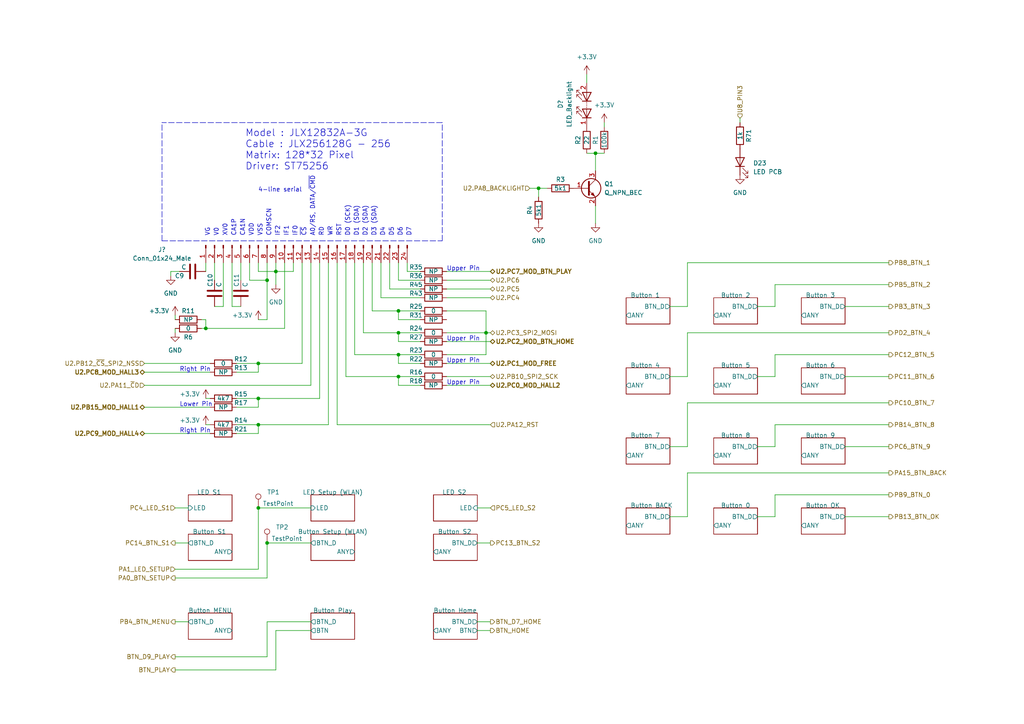
<source format=kicad_sch>
(kicad_sch (version 20211123) (generator eeschema)
  (paper "A4")
  (title_block (title "YardForce NX100i 18Buttons 3LEDs LCD CoverUI") (date "2023-11-16") (rev "0.1") (comment 1 "(c) Apehaenger") (comment 2 "For https://openmower.de") (comment 3 "RM-EC3-V1.1 20210619 with STM32F401RCT6"))
  (lib_symbols
    (symbol "Connector:Conn_01x24_Male" (pin_names (offset 1.016) hide)
      (property "Reference" "J" (at 0 30.48 0))
      (property "Value" "Conn_01x24_Male" (at 0 -33.02 0))
      (symbol "Conn_01x24_Male_1_1"
        (polyline (pts (xy 1.27 -30.48) (xy 0.8636 -30.48)) (stroke (width 0.1524)))
        (polyline (pts (xy 1.27 -27.94) (xy 0.8636 -27.94)) (stroke (width 0.1524)))
        (polyline (pts (xy 1.27 -25.4) (xy 0.8636 -25.4)) (stroke (width 0.1524)))
        (polyline (pts (xy 1.27 -22.86) (xy 0.8636 -22.86)) (stroke (width 0.1524)))
        (polyline (pts (xy 1.27 -20.32) (xy 0.8636 -20.32)) (stroke (width 0.1524)))
        (polyline (pts (xy 1.27 -17.78) (xy 0.8636 -17.78)) (stroke (width 0.1524)))
        (polyline (pts (xy 1.27 -15.24) (xy 0.8636 -15.24)) (stroke (width 0.1524)))
        (polyline (pts (xy 1.27 -12.7) (xy 0.8636 -12.7)) (stroke (width 0.1524)))
        (polyline (pts (xy 1.27 -10.16) (xy 0.8636 -10.16)) (stroke (width 0.1524)))
        (polyline (pts (xy 1.27 -7.62) (xy 0.8636 -7.62)) (stroke (width 0.1524)))
        (polyline (pts (xy 1.27 -5.08) (xy 0.8636 -5.08)) (stroke (width 0.1524)))
        (polyline (pts (xy 1.27 -2.54) (xy 0.8636 -2.54)) (stroke (width 0.1524)))
        (polyline (pts (xy 1.27 0) (xy 0.8636 0)) (stroke (width 0.1524)))
        (polyline (pts (xy 1.27 2.54) (xy 0.8636 2.54)) (stroke (width 0.1524)))
        (polyline (pts (xy 1.27 5.08) (xy 0.8636 5.08)) (stroke (width 0.1524)))
        (polyline (pts (xy 1.27 7.62) (xy 0.8636 7.62)) (stroke (width 0.1524)))
        (polyline (pts (xy 1.27 10.16) (xy 0.8636 10.16)) (stroke (width 0.1524)))
        (polyline (pts (xy 1.27 12.7) (xy 0.8636 12.7)) (stroke (width 0.1524)))
        (polyline (pts (xy 1.27 15.24) (xy 0.8636 15.24)) (stroke (width 0.1524)))
        (polyline (pts (xy 1.27 17.78) (xy 0.8636 17.78)) (stroke (width 0.1524)))
        (polyline (pts (xy 1.27 20.32) (xy 0.8636 20.32)) (stroke (width 0.1524)))
        (polyline (pts (xy 1.27 22.86) (xy 0.8636 22.86)) (stroke (width 0.1524)))
        (polyline (pts (xy 1.27 25.4) (xy 0.8636 25.4)) (stroke (width 0.1524)))
        (polyline (pts (xy 1.27 27.94) (xy 0.8636 27.94)) (stroke (width 0.1524)))
        (rectangle (start 0.8636 -30.353) (end 0 -30.607) (stroke (width 0.1524)) (fill (type outline)))
        (rectangle (start 0.8636 -27.813) (end 0 -28.067) (stroke (width 0.1524)) (fill (type outline)))
        (rectangle (start 0.8636 -25.273) (end 0 -25.527) (stroke (width 0.1524)) (fill (type outline)))
        (rectangle (start 0.8636 -22.733) (end 0 -22.987) (stroke (width 0.1524)) (fill (type outline)))
        (rectangle (start 0.8636 -20.193) (end 0 -20.447) (stroke (width 0.1524)) (fill (type outline)))
        (rectangle (start 0.8636 -17.653) (end 0 -17.907) (stroke (width 0.1524)) (fill (type outline)))
        (rectangle (start 0.8636 -15.113) (end 0 -15.367) (stroke (width 0.1524)) (fill (type outline)))
        (rectangle (start 0.8636 -12.573) (end 0 -12.827) (stroke (width 0.1524)) (fill (type outline)))
        (rectangle (start 0.8636 -10.033) (end 0 -10.287) (stroke (width 0.1524)) (fill (type outline)))
        (rectangle (start 0.8636 -7.493) (end 0 -7.747) (stroke (width 0.1524)) (fill (type outline)))
        (rectangle (start 0.8636 -4.953) (end 0 -5.207) (stroke (width 0.1524)) (fill (type outline)))
        (rectangle (start 0.8636 -2.413) (end 0 -2.667) (stroke (width 0.1524)) (fill (type outline)))
        (rectangle (start 0.8636 0.127) (end 0 -0.127) (stroke (width 0.1524)) (fill (type outline)))
        (rectangle (start 0.8636 2.667) (end 0 2.413) (stroke (width 0.1524)) (fill (type outline)))
        (rectangle (start 0.8636 5.207) (end 0 4.953) (stroke (width 0.1524)) (fill (type outline)))
        (rectangle (start 0.8636 7.747) (end 0 7.493) (stroke (width 0.1524)) (fill (type outline)))
        (rectangle (start 0.8636 10.287) (end 0 10.033) (stroke (width 0.1524)) (fill (type outline)))
        (rectangle (start 0.8636 12.827) (end 0 12.573) (stroke (width 0.1524)) (fill (type outline)))
        (rectangle (start 0.8636 15.367) (end 0 15.113) (stroke (width 0.1524)) (fill (type outline)))
        (rectangle (start 0.8636 17.907) (end 0 17.653) (stroke (width 0.1524)) (fill (type outline)))
        (rectangle (start 0.8636 20.447) (end 0 20.193) (stroke (width 0.1524)) (fill (type outline)))
        (rectangle (start 0.8636 22.987) (end 0 22.733) (stroke (width 0.1524)) (fill (type outline)))
        (rectangle (start 0.8636 25.527) (end 0 25.273) (stroke (width 0.1524)) (fill (type outline)))
        (rectangle (start 0.8636 28.067) (end 0 27.813) (stroke (width 0.1524)) (fill (type outline)))
        (pin passive line (at 5.08 27.94 180) (length 3.81) (name "Pin_1") (number "1"))
        (pin passive line (at 5.08 5.08 180) (length 3.81) (name "Pin_10") (number "10"))
        (pin passive line (at 5.08 2.54 180) (length 3.81) (name "Pin_11") (number "11"))
        (pin passive line (at 5.08 0 180) (length 3.81) (name "Pin_12") (number "12"))
        (pin passive line (at 5.08 -2.54 180) (length 3.81) (name "Pin_13") (number "13"))
        (pin passive line (at 5.08 -5.08 180) (length 3.81) (name "Pin_14") (number "14"))
        (pin passive line (at 5.08 -7.62 180) (length 3.81) (name "Pin_15") (number "15"))
        (pin passive line (at 5.08 -10.16 180) (length 3.81) (name "Pin_16") (number "16"))
        (pin passive line (at 5.08 -12.7 180) (length 3.81) (name "Pin_17") (number "17"))
        (pin passive line (at 5.08 -15.24 180) (length 3.81) (name "Pin_18") (number "18"))
        (pin passive line (at 5.08 -17.78 180) (length 3.81) (name "Pin_19") (number "19"))
        (pin passive line (at 5.08 25.4 180) (length 3.81) (name "Pin_2") (number "2"))
        (pin passive line (at 5.08 -20.32 180) (length 3.81) (name "Pin_20") (number "20"))
        (pin passive line (at 5.08 -22.86 180) (length 3.81) (name "Pin_21") (number "21"))
        (pin passive line (at 5.08 -25.4 180) (length 3.81) (name "Pin_22") (number "22"))
        (pin passive line (at 5.08 -27.94 180) (length 3.81) (name "Pin_23") (number "23"))
        (pin passive line (at 5.08 -30.48 180) (length 3.81) (name "Pin_24") (number "24"))
        (pin passive line (at 5.08 22.86 180) (length 3.81) (name "Pin_3") (number "3"))
        (pin passive line (at 5.08 20.32 180) (length 3.81) (name "Pin_4") (number "4"))
        (pin passive line (at 5.08 17.78 180) (length 3.81) (name "Pin_5") (number "5"))
        (pin passive line (at 5.08 15.24 180) (length 3.81) (name "Pin_6") (number "6"))
        (pin passive line (at 5.08 12.7 180) (length 3.81) (name "Pin_7") (number "7"))
        (pin passive line (at 5.08 10.16 180) (length 3.81) (name "Pin_8") (number "8"))
        (pin passive line (at 5.08 7.62 180) (length 3.81) (name "Pin_9") (number "9"))
      )
    )
    (symbol "Connector:TestPoint" (pin_numbers hide) (pin_names (offset 0.762) hide)
      (property "Reference" "TP" (at 0 6.858 0))
      (property "Value" "TestPoint" (at 0 5.08 0))
      (symbol "TestPoint_0_1"
        (circle (center 0 3.302) (radius 0.762))
      )
      (symbol "TestPoint_1_1"
        (pin passive line (at 0 0 90) (length 2.54) (name "1") (number "1"))
      )
    )
    (symbol "Device:C" (pin_numbers hide) (pin_names (offset 0.254))
      (property "Reference" "C" (at 0.635 2.54 0))
      (property "Value" "C" (at 0.635 -2.54 0))
      (symbol "C_0_1"
        (polyline (pts (xy -2.032 -0.762) (xy 2.032 -0.762)) (stroke (width 0.508)))
        (polyline (pts (xy -2.032 0.762) (xy 2.032 0.762)) (stroke (width 0.508)))
      )
      (symbol "C_1_1"
        (pin passive line (at 0 3.81 270) (length 2.794) (name "~") (number "1"))
        (pin passive line (at 0 -3.81 90) (length 2.794) (name "~") (number "2"))
      )
    )
    (symbol "Device:LED" (pin_numbers hide) (pin_names (offset 1.016) hide)
      (property "Reference" "D" (at 0 2.54 0))
      (property "Value" "LED" (at 0 -2.54 0))
      (symbol "LED_0_1"
        (polyline (pts (xy -1.27 -1.27) (xy -1.27 1.27)) (stroke (width 0.254)))
        (polyline (pts (xy -1.27 0) (xy 1.27 0)))
        (polyline (pts (xy 1.27 -1.27) (xy 1.27 1.27) (xy -1.27 0) (xy 1.27 -1.27)) (stroke (width 0.254)))
        (polyline (pts (xy -3.048 -0.762) (xy -4.572 -2.286) (xy -3.81 -2.286) (xy -4.572 -2.286) (xy -4.572 -1.524)))
        (polyline (pts (xy -1.778 -0.762) (xy -3.302 -2.286) (xy -2.54 -2.286) (xy -3.302 -2.286) (xy -3.302 -1.524)))
      )
      (symbol "LED_1_1"
        (pin passive line (at -3.81 0 0) (length 2.54) (name "K") (number "1"))
        (pin passive line (at 3.81 0 180) (length 2.54) (name "A") (number "2"))
      )
    )
    (symbol "Device:LED_Series" (pin_names (offset 1.016) hide)
      (property "Reference" "D" (at 0 5.715 0))
      (property "Value" "LED_Series" (at 0 3.81 0))
      (symbol "LED_Series_0_1"
        (polyline (pts (xy -3.81 0) (xy -1.016 0)))
        (polyline (pts (xy -3.683 -1.27) (xy -3.683 1.27)) (stroke (width 0.254)))
        (polyline (pts (xy -0.508 0) (xy -0.762 0)))
        (polyline (pts (xy 0.127 0) (xy -0.127 0)))
        (polyline (pts (xy 0.508 0) (xy 0.762 0)))
        (polyline (pts (xy 1.016 0) (xy 3.81 0)))
        (polyline (pts (xy 1.143 -1.27) (xy 1.143 1.27)) (stroke (width 0.254)))
        (polyline (pts (xy -1.143 -1.27) (xy -1.143 1.27) (xy -3.683 0) (xy -1.143 -1.27)) (stroke (width 0.254)))
        (polyline (pts (xy 3.683 -1.27) (xy 3.683 1.27) (xy 1.143 0) (xy 3.683 -1.27)) (stroke (width 0.254)))
        (polyline (pts (xy -3.302 1.397) (xy -1.778 2.921) (xy -2.54 2.921) (xy -1.778 2.921) (xy -1.778 2.159)))
        (polyline (pts (xy -2.032 1.397) (xy -0.508 2.921) (xy -1.27 2.921) (xy -0.508 2.921) (xy -0.508 2.159)))
        (polyline (pts (xy 1.524 1.397) (xy 3.048 2.921) (xy 2.286 2.921) (xy 3.048 2.921) (xy 3.048 2.159)))
        (polyline (pts (xy 2.794 1.397) (xy 4.318 2.921) (xy 3.556 2.921) (xy 4.318 2.921) (xy 4.318 2.159)))
      )
      (symbol "LED_Series_1_1"
        (pin passive line (at -6.35 0 0) (length 2.54) (name "K") (number "1"))
        (pin passive line (at 6.35 0 180) (length 2.54) (name "A") (number "2"))
      )
    )
    (symbol "Device:Q_NPN_BEC" (pin_names (offset 0) hide)
      (property "Reference" "Q" (at 5.08 1.27 0))
      (property "Value" "Q_NPN_BEC" (at 5.08 -1.27 0))
      (symbol "Q_NPN_BEC_0_1"
        (polyline (pts (xy 0.635 0.635) (xy 2.54 2.54)))
        (polyline (pts (xy 0.635 -0.635) (xy 2.54 -2.54) (xy 2.54 -2.54)))
        (polyline (pts (xy 0.635 1.905) (xy 0.635 -1.905) (xy 0.635 -1.905)) (stroke (width 0.508)))
        (polyline (pts (xy 1.27 -1.778) (xy 1.778 -1.27) (xy 2.286 -2.286) (xy 1.27 -1.778) (xy 1.27 -1.778)) (fill (type outline)))
        (circle (center 1.27 0) (radius 2.8194) (stroke (width 0.254)))
      )
      (symbol "Q_NPN_BEC_1_1"
        (pin input line (at -5.08 0 0) (length 5.715) (name "B") (number "1"))
        (pin passive line (at 2.54 -5.08 90) (length 2.54) (name "E") (number "2"))
        (pin passive line (at 2.54 5.08 270) (length 2.54) (name "C") (number "3"))
      )
    )
    (symbol "Device:R" (pin_numbers hide) (pin_names (offset 0))
      (property "Reference" "R" (at 2.032 0 90))
      (property "Value" "R" (at 0 0 90))
      (symbol "R_0_1"
        (rectangle (start -1.016 -2.54) (end 1.016 2.54) (stroke (width 0.254)))
      )
      (symbol "R_1_1"
        (pin passive line (at 0 3.81 270) (length 1.27) (name "~") (number "1"))
        (pin passive line (at 0 -3.81 90) (length 1.27) (name "~") (number "2"))
      )
    )
    (symbol "power:+3.3V" (power) (pin_names (offset 0))
      (property "Value" "+3.3V" (at 0 3.556 0))
      (symbol "+3.3V_0_1"
        (polyline (pts (xy -0.762 1.27) (xy 0 2.54)))
        (polyline (pts (xy 0 0) (xy 0 2.54)))
        (polyline (pts (xy 0 2.54) (xy 0.762 1.27)))
      )
      (symbol "+3.3V_1_1"
        (pin power_in line (at 0 0 90) (length 0) hide (name "+3.3V") (number "1"))
      )
    )
    (symbol "power:GND" (power) (pin_names (offset 0))
      (property "Value" "GND" (at 0 -3.81 0))
      (symbol "GND_0_1"
        (polyline (pts (xy 0 0) (xy 0 -1.27) (xy 1.27 -1.27) (xy 0 -2.54) (xy -1.27 -1.27) (xy 0 -1.27)))
      )
      (symbol "GND_1_1"
        (pin power_in line (at 0 0 270) (length 0) hide (name "GND") (number "1"))
      )
    )
  )
  (junction (at 77.47 157.48))
  (junction (at 74.93 123.19))
  (junction (at 115.57 109.22))
  (junction (at 77.47 81.28))
  (junction (at 80.01 78.74))
  (junction (at 115.57 102.87))
  (junction (at 156.21 54.61))
  (junction (at 115.57 96.52))
  (junction (at 140.97 96.52))
  (junction (at 74.93 105.41))
  (junction (at 74.93 115.57))
  (junction (at 59.69 95.25))
  (junction (at 172.72 44.45))
  (junction (at 74.93 147.32))
  (junction (at 115.57 90.17))
  (wire (pts (xy 166.37 54.61) (xy 165.1 54.61)))
  (wire (pts (xy 41.91 118.11) (xy 60.96 118.11)))
  (wire (pts (xy 59.69 92.71) (xy 59.69 95.25)))
  (wire (pts (xy 129.54 102.87) (xy 140.97 102.87)))
  (wire (pts (xy 74.93 165.1) (xy 74.93 147.32)))
  (wire (pts (xy 72.39 81.28) (xy 72.39 76.2)))
  (wire (pts (xy 140.97 96.52) (xy 142.24 96.52)))
  (wire (pts (xy 64.77 88.9) (xy 64.77 76.2)))
  (wire (pts (xy 115.57 81.28) (xy 121.92 81.28)))
  (wire (pts (xy 77.47 190.5) (xy 77.47 180.34)))
  (wire (pts (xy 74.93 92.71) (xy 77.47 92.71)))
  (wire (pts (xy 115.57 105.41) (xy 115.57 102.87)))
  (wire (pts (xy 97.79 76.2) (xy 97.79 123.19)))
  (wire (pts (xy 95.25 76.2) (xy 95.25 123.19)))
  (wire (pts (xy 142.24 123.19) (xy 97.79 123.19)))
  (wire (pts (xy 115.57 96.52) (xy 121.92 96.52)))
  (wire (pts (xy 80.01 78.74) (xy 80.01 76.2)))
  (wire (pts (xy 80.01 82.55) (xy 80.01 78.74)))
  (wire (pts (xy 121.92 99.06) (xy 115.57 99.06)))
  (wire (pts (xy 129.54 90.17) (xy 140.97 90.17)))
  (wire (pts (xy 224.79 82.55) (xy 257.81 82.55)))
  (wire (pts (xy 121.92 111.76) (xy 115.57 111.76)))
  (wire (pts (xy 121.92 83.82) (xy 113.03 83.82)))
  (polyline (pts (xy 128.27 69.85) (xy 128.27 35.56)))
  (wire (pts (xy 74.93 123.19) (xy 95.25 123.19)))
  (wire (pts (xy 107.95 76.2) (xy 107.95 90.17)))
  (wire (pts (xy 77.47 76.2) (xy 77.47 81.28)))
  (wire (pts (xy 115.57 109.22) (xy 121.92 109.22)))
  (wire (pts (xy 170.18 44.45) (xy 172.72 44.45)))
  (wire (pts (xy 140.97 96.52) (xy 140.97 102.87)))
  (polyline (pts (xy 46.99 69.85) (xy 46.99 35.56)))
  (wire (pts (xy 121.92 92.71) (xy 115.57 92.71)))
  (wire (pts (xy 67.31 88.9) (xy 67.31 76.2)))
  (wire (pts (xy 224.79 149.86) (xy 224.79 143.51)))
  (wire (pts (xy 129.54 83.82) (xy 142.24 83.82)))
  (wire (pts (xy 41.91 105.41) (xy 60.96 105.41)))
  (wire (pts (xy 68.58 118.11) (xy 74.93 118.11)))
  (wire (pts (xy 115.57 109.22) (xy 100.33 109.22)))
  (wire (pts (xy 214.63 34.29) (xy 214.63 35.56)))
  (wire (pts (xy 62.23 76.2) (xy 62.23 81.28)))
  (wire (pts (xy 59.69 95.25) (xy 58.42 95.25)))
  (polyline (pts (xy 46.99 69.85) (xy 128.27 69.85)))
  (wire (pts (xy 129.54 105.41) (xy 142.24 105.41)))
  (wire (pts (xy 68.58 125.73) (xy 74.93 125.73)))
  (wire (pts (xy 68.58 105.41) (xy 74.93 105.41)))
  (wire (pts (xy 115.57 76.2) (xy 115.57 81.28)))
  (wire (pts (xy 82.55 76.2) (xy 82.55 95.25)))
  (wire (pts (xy 219.71 149.86) (xy 224.79 149.86)))
  (wire (pts (xy 105.41 96.52) (xy 115.57 96.52)))
  (wire (pts (xy 156.21 54.61) (xy 156.21 57.15)))
  (wire (pts (xy 245.11 88.9) (xy 257.81 88.9)))
  (wire (pts (xy 153.67 54.61) (xy 156.21 54.61)))
  (wire (pts (xy 199.39 129.54) (xy 199.39 116.84)))
  (wire (pts (xy 175.26 35.56) (xy 175.26 36.83)))
  (wire (pts (xy 74.93 147.32) (xy 90.17 147.32)))
  (wire (pts (xy 92.71 76.2) (xy 92.71 115.57)))
  (wire (pts (xy 41.91 111.76) (xy 90.17 111.76)))
  (wire (pts (xy 102.87 76.2) (xy 102.87 102.87)))
  (wire (pts (xy 142.24 180.34) (xy 138.43 180.34)))
  (wire (pts (xy 224.79 109.22) (xy 224.79 102.87)))
  (wire (pts (xy 74.93 76.2) (xy 74.93 78.74)))
  (wire (pts (xy 224.79 102.87) (xy 257.81 102.87)))
  (wire (pts (xy 59.69 115.57) (xy 60.96 115.57)))
  (wire (pts (xy 50.8 190.5) (xy 77.47 190.5)))
  (wire (pts (xy 199.39 96.52) (xy 257.81 96.52)))
  (wire (pts (xy 142.24 157.48) (xy 138.43 157.48)))
  (wire (pts (xy 129.54 81.28) (xy 142.24 81.28)))
  (wire (pts (xy 74.93 78.74) (xy 80.01 78.74)))
  (wire (pts (xy 59.69 123.19) (xy 60.96 123.19)))
  (wire (pts (xy 74.93 107.95) (xy 74.93 105.41)))
  (wire (pts (xy 50.8 147.32) (xy 54.61 147.32)))
  (wire (pts (xy 50.8 194.31) (xy 80.01 194.31)))
  (wire (pts (xy 77.47 180.34) (xy 90.17 180.34)))
  (wire (pts (xy 156.21 54.61) (xy 158.75 54.61)))
  (wire (pts (xy 68.58 123.19) (xy 74.93 123.19)))
  (wire (pts (xy 140.97 96.52) (xy 129.54 96.52)))
  (wire (pts (xy 199.39 88.9) (xy 199.39 76.2)))
  (wire (pts (xy 74.93 118.11) (xy 74.93 115.57)))
  (wire (pts (xy 102.87 102.87) (xy 115.57 102.87)))
  (wire (pts (xy 140.97 90.17) (xy 140.97 96.52)))
  (wire (pts (xy 118.11 76.2) (xy 118.11 78.74)))
  (wire (pts (xy 199.39 109.22) (xy 199.39 96.52)))
  (wire (pts (xy 90.17 76.2) (xy 90.17 111.76)))
  (wire (pts (xy 85.09 76.2) (xy 85.09 78.74)))
  (wire (pts (xy 115.57 90.17) (xy 121.92 90.17)))
  (wire (pts (xy 69.85 88.9) (xy 67.31 88.9)))
  (wire (pts (xy 50.8 157.48) (xy 54.61 157.48)))
  (wire (pts (xy 74.93 115.57) (xy 92.71 115.57)))
  (wire (pts (xy 121.92 105.41) (xy 115.57 105.41)))
  (wire (pts (xy 68.58 107.95) (xy 74.93 107.95)))
  (wire (pts (xy 77.47 92.71) (xy 77.47 81.28)))
  (wire (pts (xy 224.79 123.19) (xy 257.81 123.19)))
  (wire (pts (xy 199.39 116.84) (xy 257.81 116.84)))
  (wire (pts (xy 50.8 180.34) (xy 54.61 180.34)))
  (wire (pts (xy 50.8 165.1) (xy 74.93 165.1)))
  (wire (pts (xy 219.71 109.22) (xy 224.79 109.22)))
  (wire (pts (xy 80.01 194.31) (xy 80.01 182.88)))
  (wire (pts (xy 113.03 83.82) (xy 113.03 76.2)))
  (wire (pts (xy 172.72 44.45) (xy 172.72 49.53)))
  (wire (pts (xy 245.11 129.54) (xy 257.81 129.54)))
  (wire (pts (xy 50.8 167.64) (xy 77.47 167.64)))
  (wire (pts (xy 199.39 149.86) (xy 199.39 137.16)))
  (wire (pts (xy 118.11 78.74) (xy 121.92 78.74)))
  (wire (pts (xy 82.55 95.25) (xy 59.69 95.25)))
  (wire (pts (xy 172.72 59.69) (xy 172.72 64.77)))
  (wire (pts (xy 172.72 44.45) (xy 175.26 44.45)))
  (wire (pts (xy 80.01 182.88) (xy 90.17 182.88)))
  (wire (pts (xy 194.31 88.9) (xy 199.39 88.9)))
  (wire (pts (xy 58.42 92.71) (xy 59.69 92.71)))
  (wire (pts (xy 87.63 76.2) (xy 87.63 105.41)))
  (wire (pts (xy 199.39 137.16) (xy 257.81 137.16)))
  (wire (pts (xy 77.47 157.48) (xy 90.17 157.48)))
  (wire (pts (xy 115.57 109.22) (xy 115.57 111.76)))
  (wire (pts (xy 41.91 125.73) (xy 60.96 125.73)))
  (polyline (pts (xy 128.27 35.56) (xy 46.99 35.56)))
  (wire (pts (xy 62.23 88.9) (xy 64.77 88.9)))
  (wire (pts (xy 121.92 86.36) (xy 110.49 86.36)))
  (wire (pts (xy 142.24 147.32) (xy 138.43 147.32)))
  (wire (pts (xy 245.11 109.22) (xy 257.81 109.22)))
  (wire (pts (xy 50.8 91.44) (xy 50.8 92.71)))
  (wire (pts (xy 224.79 88.9) (xy 224.79 82.55)))
  (wire (pts (xy 74.93 105.41) (xy 87.63 105.41)))
  (wire (pts (xy 142.24 78.74) (xy 129.54 78.74)))
  (wire (pts (xy 77.47 167.64) (xy 77.47 157.48)))
  (wire (pts (xy 245.11 149.86) (xy 257.81 149.86)))
  (wire (pts (xy 129.54 86.36) (xy 142.24 86.36)))
  (wire (pts (xy 219.71 88.9) (xy 224.79 88.9)))
  (wire (pts (xy 194.31 109.22) (xy 199.39 109.22)))
  (wire (pts (xy 115.57 99.06) (xy 115.57 96.52)))
  (wire (pts (xy 85.09 78.74) (xy 80.01 78.74)))
  (wire (pts (xy 219.71 129.54) (xy 224.79 129.54)))
  (wire (pts (xy 100.33 76.2) (xy 100.33 109.22)))
  (wire (pts (xy 49.53 78.74) (xy 49.53 80.01)))
  (wire (pts (xy 194.31 129.54) (xy 199.39 129.54)))
  (wire (pts (xy 68.58 115.57) (xy 74.93 115.57)))
  (wire (pts (xy 115.57 92.71) (xy 115.57 90.17)))
  (wire (pts (xy 138.43 182.88) (xy 142.24 182.88)))
  (wire (pts (xy 59.69 78.74) (xy 59.69 76.2)))
  (wire (pts (xy 224.79 143.51) (xy 257.81 143.51)))
  (wire (pts (xy 129.54 111.76) (xy 142.24 111.76)))
  (wire (pts (xy 107.95 90.17) (xy 115.57 90.17)))
  (wire (pts (xy 69.85 76.2) (xy 69.85 81.28)))
  (wire (pts (xy 52.07 78.74) (xy 49.53 78.74)))
  (wire (pts (xy 110.49 86.36) (xy 110.49 76.2)))
  (wire (pts (xy 72.39 81.28) (xy 77.47 81.28)))
  (wire (pts (xy 41.91 107.95) (xy 60.96 107.95)))
  (wire (pts (xy 105.41 76.2) (xy 105.41 96.52)))
  (wire (pts (xy 115.57 102.87) (xy 121.92 102.87)))
  (wire (pts (xy 199.39 76.2) (xy 257.81 76.2)))
  (wire (pts (xy 74.93 125.73) (xy 74.93 123.19)))
  (wire (pts (xy 50.8 96.52) (xy 50.8 95.25)))
  (wire (pts (xy 129.54 99.06) (xy 142.24 99.06)))
  (wire (pts (xy 194.31 149.86) (xy 199.39 149.86)))
  (wire (pts (xy 129.54 109.22) (xy 142.24 109.22)))
  (wire (pts (xy 224.79 129.54) (xy 224.79 123.19)))
  (wire (pts (xy 170.18 21.59) (xy 170.18 24.13)))
  (text "WR" (at 96.52 68.58 90) (effects (font (size 1.27 1.27)) (justify left bottom)))
  (text "IF2" (at 81.28 68.58 90) (effects (font (size 1.27 1.27)) (justify left bottom)))
  (text "Right Pin" (at 52.07 107.95 0) (effects (font (size 1.27 1.27)) (justify left bottom)))
  (text "D5" (at 114.3 68.58 90) (effects (font (size 1.27 1.27)) (justify left bottom)))
  (text "CA1P" (at 68.58 68.58 90) (effects (font (size 1.27 1.27)) (justify left bottom)))
  (text "Upper Pin" (at 129.54 111.76 0) (effects (font (size 1.27 1.27)) (justify left bottom)))
  (text "D7" (at 119.38 68.58 90) (effects (font (size 1.27 1.27)) (justify left bottom)))
  (text "Model : JLX12832A-3G\nCable : JLX256128G - 256\nMatrix: 128*32 Pixel\nDriver: ST75256" (at 71.12 49.53 0) (effects (font (size 2 2)) (justify left bottom)))
  (text "IF0" (at 86.36 68.58 90) (effects (font (size 1.27 1.27)) (justify left bottom)))
  (text "Lower Pin" (at 52.07 118.11 0) (effects (font (size 1.27 1.27)) (justify left bottom)))
  (text "CA1N" (at 71.12 68.58 90) (effects (font (size 1.27 1.27)) (justify left bottom)))
  (text "D1 (SDA)" (at 104.14 68.58 90) (effects (font (size 1.27 1.27)) (justify left bottom)))
  (text "D4" (at 111.76 68.58 90) (effects (font (size 1.27 1.27)) (justify left bottom)))
  (text "COMSCN" (at 78.74 68.58 90) (effects (font (size 1.27 1.27)) (justify left bottom)))
  (text "VSS" (at 76.2 68.58 90) (effects (font (size 1.27 1.27)) (justify left bottom)))
  (text "D0 (SCK)" (at 101.6 68.58 90) (effects (font (size 1.27 1.27)) (justify left bottom)))
  (text "Upper Pin" (at 129.54 99.06 0) (effects (font (size 1.27 1.27)) (justify left bottom)))
  (text "D3 (SDA)" (at 109.22 68.58 90) (effects (font (size 1.27 1.27)) (justify left bottom)))
  (text "RD" (at 93.98 68.58 90) (effects (font (size 1.27 1.27)) (justify left bottom)))
  (text "V0" (at 63.5 68.58 90) (effects (font (size 1.27 1.27)) (justify left bottom)))
  (text "Upper Pin" (at 129.54 78.74 0) (effects (font (size 1.27 1.27)) (justify left bottom)))
  (text "~{CS}" (at 88.9 68.58 90) (effects (font (size 1.27 1.27)) (justify left bottom)))
  (text "XV0" (at 66.04 68.58 90) (effects (font (size 1.27 1.27)) (justify left bottom)))
  (text "4-line serial" (at 87.63 55.88 180) (effects (font (size 1.27 1.27)) (justify right bottom)))
  (text "VDD" (at 73.66 68.58 90) (effects (font (size 1.27 1.27)) (justify left bottom)))
  (text "IF1" (at 83.82 68.58 90) (effects (font (size 1.27 1.27)) (justify left bottom)))
  (text "D2 (SDA)" (at 106.68 68.58 90) (effects (font (size 1.27 1.27)) (justify left bottom)))
  (text "Upper Pin" (at 129.54 105.41 0) (effects (font (size 1.27 1.27)) (justify left bottom)))
  (text "Right Pin" (at 52.07 125.73 0) (effects (font (size 1.27 1.27)) (justify left bottom)))
  (text "D6" (at 116.84 68.58 90) (effects (font (size 1.27 1.27)) (justify left bottom)))
  (text "RST" (at 99.06 68.58 90) (effects (font (size 1.27 1.27)) (justify left bottom)))
  (text "A0/RS, DATA/~{CMD}" (at 91.44 68.58 90) (effects (font (size 1.27 1.27)) (justify left bottom)))
  (text "VG" (at 60.96 68.58 90) (effects (font (size 1.27 1.27)) (justify left bottom)))
  (hierarchical_label "PD2_BTN_4" (shape output) (at 257.81 96.52 0))
  (hierarchical_label "PB13_BTN_OK" (shape output) (at 257.81 149.86 0))
  (hierarchical_label "U2.PC2_MOD_BTN_HOME" (shape bidirectional) (at 142.24 99.06 0) (effects (font (thickness 0.254) bold)))
  (hierarchical_label "PB5_BTN_2" (shape output) (at 257.81 82.55 0))
  (hierarchical_label "BTN_D9_PLAY" (shape output) (at 50.8 190.5 180))
  (hierarchical_label "U2.PC6" (shape bidirectional) (at 142.24 81.28 0))
  (hierarchical_label "PC6_BTN_9" (shape output) (at 257.81 129.54 0))
  (hierarchical_label "BTN_HOME" (shape output) (at 142.24 182.88 0))
  (hierarchical_label "U2.PA12_RST" (shape input) (at 142.24 123.19 0))
  (hierarchical_label "BTN_PLAY" (shape output) (at 50.8 194.31 180))
  (hierarchical_label "U2.PB12_~{CS}_SPI2_NSS" (shape input) (at 41.91 105.41 180))
  (hierarchical_label "PB14_BTN_8" (shape output) (at 257.81 123.19 0))
  (hierarchical_label "U2.PC5" (shape bidirectional) (at 142.24 83.82 0))
  (hierarchical_label "U2.PC0_MOD_HALL2" (shape bidirectional) (at 142.24 111.76 0) (effects (font (thickness 0.254) bold)))
  (hierarchical_label "U2.PA11_~{C}D" (shape input) (at 41.91 111.76 180))
  (hierarchical_label "U2.PB15_MOD_HALL1" (shape bidirectional) (at 41.91 118.11 180) (effects (font (thickness 0.254) bold)))
  (hierarchical_label "U2.PC8_MOD_HALL3" (shape bidirectional) (at 41.91 107.95 180) (effects (font (thickness 0.254) bold)))
  (hierarchical_label "PB3_BTN_3" (shape output) (at 257.81 88.9 0))
  (hierarchical_label "PC13_BTN_S2" (shape output) (at 142.24 157.48 0))
  (hierarchical_label "U8_PIN3" (shape input) (at 214.63 34.29 90))
  (hierarchical_label "PA1_LED_SETUP" (shape input) (at 50.8 165.1 180))
  (hierarchical_label "U2.PC7_MOD_BTN_PLAY" (shape bidirectional) (at 142.24 78.74 0) (effects (font (thickness 0.254) bold)))
  (hierarchical_label "PA15_BTN_BACK" (shape output) (at 257.81 137.16 0))
  (hierarchical_label "PB8_BTN_1" (shape output) (at 257.81 76.2 0))
  (hierarchical_label "U2.PC1_MOD_FREE" (shape bidirectional) (at 142.24 105.41 0) (effects (font (thickness 0.254) bold)))
  (hierarchical_label "PA0_BTN_SETUP" (shape output) (at 50.8 167.64 180))
  (hierarchical_label "PC4_LED_S1" (shape input) (at 50.8 147.32 180))
  (hierarchical_label "U2.PC4" (shape bidirectional) (at 142.24 86.36 0))
  (hierarchical_label "PB4_BTN_MENU" (shape output) (at 50.8 180.34 180))
  (hierarchical_label "PB9_BTN_0" (shape output) (at 257.81 143.51 0))
  (hierarchical_label "PC10_BTN_7" (shape output) (at 257.81 116.84 0))
  (hierarchical_label "PC12_BTN_5" (shape output) (at 257.81 102.87 0))
  (hierarchical_label "BTN_D7_HOME" (shape output) (at 142.24 180.34 0))
  (hierarchical_label "U2.PC3_SPI2_MOSI" (shape bidirectional) (at 142.24 96.52 0))
  (hierarchical_label "U2.PC9_MOD_HALL4" (shape bidirectional) (at 41.91 125.73 180) (effects (font (thickness 0.254) bold)))
  (hierarchical_label "PC14_BTN_S1" (shape output) (at 50.8 157.48 180))
  (hierarchical_label "U2.PA8_BACKLIGHT" (shape input) (at 153.67 54.61 180))
  (hierarchical_label "U2.PB10_SPI2_SCK" (shape bidirectional) (at 142.24 109.22 0))
  (hierarchical_label "PC11_BTN_6" (shape output) (at 257.81 109.22 0))
  (hierarchical_label "PC5_LED_S2" (shape input) (at 142.24 147.32 0))
  (symbol (lib_id "Device:R") (at 125.73 90.17 90) (mirror x) (unit 1)
    (property "Reference" "R25" (at 120.65 88.9 90))
    (property "Value" "0" (at 125.73 90.17 90))
  )
  (symbol (lib_id "Device:R") (at 54.61 92.71 270) (mirror x) (unit 1)
    (property "Reference" "R11" (at 54.61 90.17 90))
    (property "Value" "NP" (at 54.61 92.71 90))
  )
  (symbol (lib_id "Device:C") (at 69.85 85.09 180) (unit 1)
    (property "Reference" "C11" (at 68.58 81.28 90))
    (property "Value" "C" (at 71.12 82.55 90))
  )
  (symbol (lib_id "Device:R") (at 54.61 95.25 90) (mirror x) (unit 1)
    (property "Reference" "R6" (at 54.61 97.79 90))
    (property "Value" "0" (at 54.61 95.25 90))
  )
  (symbol (lib_id "power:+3.3V") (at 74.93 92.71 0) (unit 1)
    (property "Reference" "#PWR?" (effects hide))
    (property "Value" "+3.3V" (at 67.31 91.44 0) (effects (justify left)))
  )
  (symbol (lib_id "Connector:TestPoint") (at 77.47 157.48 0) (unit 1)
    (property "Reference" "TP2" (at 80.01 152.9079 0) (effects (justify left)))
    (property "Value" "TestPoint" (at 78.74 156.21 0) (effects (justify left)))
  )
  (symbol (lib_id "Device:R") (at 125.73 96.52 90) (mirror x) (unit 1)
    (property "Reference" "R24" (at 120.65 95.25 90))
    (property "Value" "0" (at 125.73 96.52 90))
  )
  (symbol (lib_id "Device:R") (at 125.73 86.36 90) (mirror x) (unit 1)
    (property "Reference" "R43" (at 120.65 85.09 90))
    (property "Value" "NP" (at 125.73 86.36 90))
  )
  (symbol (lib_id "Device:Q_NPN_BEC") (at 170.18 54.61 0) (unit 1)
    (property "Reference" "Q1" (at 175.26 53.3399 0) (effects (justify left)))
    (property "Value" "Q_NPN_BEC" (at 175.26 55.8799 0) (effects (justify left)))
  )
  (symbol (lib_id "power:+3.3V") (at 59.69 115.57 0) (unit 1)
    (property "Reference" "#PWR?" (effects hide))
    (property "Value" "+3.3V" (at 52.07 114.3 0) (effects (justify left)))
  )
  (symbol (lib_id "power:+3.3V") (at 50.8 91.44 0) (unit 1)
    (property "Reference" "#PWR?" (effects hide))
    (property "Value" "+3.3V" (at 43.18 90.17 0) (effects (justify left)))
  )
  (symbol (lib_id "Device:C") (at 62.23 85.09 180) (unit 1)
    (property "Reference" "C10" (at 60.96 81.28 90))
    (property "Value" "C" (at 63.5 82.55 90))
  )
  (symbol (lib_id "Device:R") (at 125.73 105.41 90) (mirror x) (unit 1)
    (property "Reference" "R22" (at 120.65 104.14 90))
    (property "Value" "NP" (at 125.73 105.41 90))
  )
  (symbol (lib_id "Device:R") (at 125.73 99.06 90) (mirror x) (unit 1)
    (property "Reference" "R27" (at 120.65 97.79 90))
    (property "Value" "NP" (at 125.73 99.06 90))
  )
  (symbol (lib_id "Device:R") (at 64.77 107.95 270) (mirror x) (unit 1)
    (property "Reference" "R13" (at 69.85 106.68 90))
    (property "Value" "NP" (at 64.77 107.95 90))
  )
  (symbol (lib_id "Device:R") (at 125.73 78.74 90) (mirror x) (unit 1)
    (property "Reference" "R35" (at 120.65 77.47 90))
    (property "Value" "NP" (at 125.73 78.74 90))
  )
  (symbol (lib_id "Device:LED") (at 214.63 46.99 90) (unit 1)
    (property "Reference" "D23" (at 218.44 47.3074 90) (effects (justify right)))
    (property "Value" "LED PCB" (at 218.44 49.8474 90) (effects (justify right)))
  )
  (symbol (lib_id "Device:R") (at 156.21 60.96 0) (mirror y) (unit 1)
    (property "Reference" "R4" (at 153.67 60.96 90))
    (property "Value" "5k1" (at 156.21 60.96 90))
  )
  (symbol (lib_id "Connector:TestPoint") (at 74.93 147.32 0) (unit 1)
    (property "Reference" "TP1" (at 77.47 142.7479 0) (effects (justify left)))
    (property "Value" "TestPoint" (at 76.2 146.05 0) (effects (justify left)))
  )
  (symbol (lib_id "Connector:Conn_01x24_Male") (at 87.63 71.12 90) (mirror x) (unit 1)
    (property "Reference" "J?" (at 46.99 72.39 90))
    (property "Value" "Conn_01x24_Male" (at 46.99 74.93 90))
  )
  (symbol (lib_id "power:GND") (at 50.8 96.52 0) (unit 1)
    (property "Reference" "#PWR?" (effects hide))
    (property "Value" "GND" (at 50.8 101.6 0))
  )
  (symbol (lib_id "Device:R") (at 125.73 102.87 90) (mirror x) (unit 1)
    (property "Reference" "R23" (at 120.65 101.6 90))
    (property "Value" "0" (at 125.73 102.87 90))
  )
  (symbol (lib_id "Device:C") (at 55.88 78.74 270) (unit 1)
    (property "Reference" "C9" (at 52.07 80.01 90))
    (property "Value" "C" (at 53.34 77.47 90))
  )
  (symbol (lib_id "power:+3.3V") (at 59.69 123.19 0) (unit 1)
    (property "Reference" "#PWR?" (effects hide))
    (property "Value" "+3.3V" (at 52.07 121.92 0) (effects (justify left)))
  )
  (symbol (lib_id "Device:R") (at 64.77 118.11 270) (mirror x) (unit 1)
    (property "Reference" "R17" (at 69.85 116.84 90))
    (property "Value" "NP" (at 64.77 118.11 90))
  )
  (symbol (lib_id "power:GND") (at 80.01 82.55 0) (unit 1)
    (property "Reference" "#PWR?" (effects hide))
    (property "Value" "GND" (at 80.01 87.63 0))
  )
  (symbol (lib_id "Device:R") (at 125.73 83.82 90) (mirror x) (unit 1)
    (property "Reference" "R45" (at 120.65 82.55 90))
    (property "Value" "NP" (at 125.73 83.82 90))
  )
  (symbol (lib_id "Device:R") (at 64.77 105.41 270) (mirror x) (unit 1)
    (property "Reference" "R12" (at 69.85 104.14 90))
    (property "Value" "0" (at 64.77 105.41 90))
  )
  (symbol (lib_id "power:GND") (at 49.53 80.01 0) (unit 1)
    (property "Reference" "#PWR?" (effects hide))
    (property "Value" "GND" (at 49.53 85.09 0))
  )
  (symbol (lib_id "Device:R") (at 64.77 125.73 270) (mirror x) (unit 1)
    (property "Reference" "R21" (at 69.85 124.46 90))
    (property "Value" "NP" (at 64.77 125.73 90))
  )
  (symbol (lib_id "power:+3.3V") (at 170.18 21.59 0) (mirror y) (unit 1)
    (property "Reference" "#PWR?" (effects hide))
    (property "Value" "+3.3V" (at 170.18 16.51 0))
  )
  (symbol (lib_id "Device:R") (at 175.26 40.64 0) (mirror y) (unit 1)
    (property "Reference" "R1" (at 172.72 40.64 90))
    (property "Value" "100k" (at 175.26 40.64 90))
  )
  (symbol (lib_id "power:+3.3V") (at 175.26 35.56 0) (mirror y) (unit 1)
    (property "Reference" "#PWR?" (effects hide))
    (property "Value" "+3.3V" (at 175.26 30.48 0))
  )
  (symbol (lib_id "Device:R") (at 125.73 111.76 270) (mirror x) (unit 1)
    (property "Reference" "R18" (at 120.65 110.49 90))
    (property "Value" "NP" (at 125.73 111.76 90))
  )
  (symbol (lib_id "Device:R") (at 214.63 39.37 0) (mirror x) (unit 1)
    (property "Reference" "R71" (at 217.17 39.37 90))
    (property "Value" "1k" (at 214.63 39.37 90))
  )
  (symbol (lib_id "Device:R") (at 125.73 81.28 90) (mirror x) (unit 1)
    (property "Reference" "R36" (at 120.65 80.01 90))
    (property "Value" "NP" (at 125.73 81.28 90))
  )
  (symbol (lib_id "power:GND") (at 172.72 64.77 0) (unit 1)
    (property "Reference" "#PWR?" (effects hide))
    (property "Value" "GND" (at 172.72 69.85 0))
  )
  (symbol (lib_id "Device:R") (at 64.77 123.19 90) (unit 1)
    (property "Reference" "R14" (at 69.85 121.92 90))
    (property "Value" "4k7" (at 64.77 123.19 90))
  )
  (symbol (lib_id "power:GND") (at 156.21 64.77 0) (unit 1)
    (property "Reference" "#PWR?" (effects hide))
    (property "Value" "GND" (at 156.21 69.85 0))
  )
  (symbol (lib_id "Device:R") (at 64.77 115.57 90) (unit 1)
    (property "Reference" "R15" (at 69.85 114.3 90))
    (property "Value" "4k7" (at 64.77 115.57 90))
  )
  (symbol (lib_id "Device:R") (at 125.73 109.22 270) (mirror x) (unit 1)
    (property "Reference" "R16" (at 120.65 107.95 90))
    (property "Value" "0" (at 125.73 109.22 90))
  )
  (symbol (lib_id "Device:R") (at 125.73 92.71 90) (mirror x) (unit 1)
    (property "Reference" "R31" (at 120.65 91.44 90))
    (property "Value" "NP" (at 125.73 92.71 90))
  )
  (symbol (lib_id "power:GND") (at 214.63 50.8 0) (unit 1)
    (property "Reference" "#PWR?" (effects hide))
    (property "Value" "GND" (at 214.63 55.88 0))
  )
  (symbol (lib_id "Device:LED_Series") (at 170.18 30.48 90) (unit 1)
    (property "Reference" "D?" (at 162.56 30.226 0))
    (property "Value" "LED_Backlight" (at 165.1 30.226 0))
  )
  (symbol (lib_id "Device:R") (at 162.56 54.61 270) (mirror x) (unit 1)
    (property "Reference" "R3" (at 162.56 52.07 90))
    (property "Value" "5k1" (at 162.56 54.61 90))
  )
  (symbol (lib_id "Device:R") (at 170.18 40.64 0) (mirror y) (unit 1)
    (property "Reference" "R2" (at 167.64 40.64 90))
    (property "Value" "22" (at 170.18 40.64 90))
  )
  (sheet (at 181.61 106.68) (size 12.7 7.62) (stroke (width 0.1524))
    (property "Sheet name" "Button 4" (at 182.88 106.68 0) (effects (justify left bottom)))
    (property "Sheet file" "btn.kicad_sch" (effects hide))
    (pin "BTN_D" output (at 194.31 109.22 0))
    (pin "ANY" output (at 181.61 111.76 180))
  )
  (sheet (at 90.17 154.94) (size 12.7 7.62) (stroke (width 0.1524))
    (property "Sheet name" "Button Setup (WLAN)" (at 96.52 154.94 0) (effects (justify bottom)))
    (property "Sheet file" "btn.kicad_sch" (effects hide))
    (pin "BTN_D" output (at 90.17 157.48 180))
    (pin "ANY" output (at 102.87 160.02 0))
  )
  (sheet (at 232.41 127) (size 12.7 7.62) (stroke (width 0.1524))
    (property "Sheet name" "Button 9" (at 233.68 127 0) (effects (justify left bottom)))
    (property "Sheet file" "btn.kicad_sch" (effects hide))
    (pin "BTN_D" output (at 245.11 129.54 0))
    (pin "ANY" output (at 232.41 132.08 180))
  )
  (sheet (at 181.61 147.32) (size 12.7 7.62) (stroke (width 0.1524))
    (property "Sheet name" "Button BACK" (at 182.88 147.32 0) (effects (justify left bottom)))
    (property "Sheet file" "btn.kicad_sch" (effects hide))
    (pin "BTN_D" output (at 194.31 149.86 0))
    (pin "ANY" output (at 181.61 152.4 180))
  )
  (sheet (at 207.01 106.68) (size 12.7 7.62) (stroke (width 0.1524))
    (property "Sheet name" "Button 5" (at 213.36 106.68 0) (effects (justify bottom)))
    (property "Sheet file" "btn.kicad_sch" (effects hide))
    (pin "BTN_D" output (at 219.71 109.22 0))
    (pin "ANY" output (at 207.01 111.76 180))
  )
  (sheet (at 207.01 127) (size 12.7 7.62) (stroke (width 0.1524))
    (property "Sheet name" "Button 8" (at 213.36 127 0) (effects (justify bottom)))
    (property "Sheet file" "btn.kicad_sch" (effects hide))
    (pin "BTN_D" output (at 219.71 129.54 0))
    (pin "ANY" output (at 207.01 132.08 180))
  )
  (sheet (at 54.61 154.94) (size 12.7 7.62) (stroke (width 0.1524))
    (property "Sheet name" "Button S1" (at 55.88 154.94 0) (effects (justify left bottom)))
    (property "Sheet file" "btn.kicad_sch" (effects hide))
    (pin "BTN_D" output (at 54.61 157.48 180))
    (pin "ANY" output (at 67.31 160.02 0))
  )
  (sheet (at 232.41 147.32) (size 12.7 7.62) (stroke (width 0.1524))
    (property "Sheet name" "Button OK" (at 233.68 147.32 0) (effects (justify left bottom)))
    (property "Sheet file" "btn.kicad_sch" (effects hide))
    (pin "BTN_D" output (at 245.11 149.86 0))
    (pin "ANY" output (at 232.41 152.4 180))
  )
  (sheet (at 181.61 127) (size 12.7 7.62) (stroke (width 0.1524))
    (property "Sheet name" "Button 7" (at 182.88 127 0) (effects (justify left bottom)))
    (property "Sheet file" "btn.kicad_sch" (effects hide))
    (pin "BTN_D" output (at 194.31 129.54 0))
    (pin "ANY" output (at 181.61 132.08 180))
  )
  (sheet (at 125.73 177.8) (size 12.7 7.62) (stroke (width 0.1524))
    (property "Sheet name" "Button Home" (at 125.73 177.8 0) (effects (justify left bottom)))
    (property "Sheet file" "btn.kicad_sch" (effects hide))
    (pin "BTN_D" output (at 138.43 180.34 0))
    (pin "ANY" output (at 125.73 182.88 180))
    (pin "BTN" output (at 138.43 182.88 0))
  )
  (sheet (at 90.17 143.51) (size 12.7 7.62) (stroke (width 0.1524))
    (property "Sheet name" "LED Setup (WLAN)" (at 96.52 143.51 0) (effects (justify bottom)))
    (property "Sheet file" "led.kicad_sch" (effects hide))
    (pin "LED" input (at 90.17 147.32 180))
  )
  (sheet (at 54.61 143.51) (size 12.7 7.62) (stroke (width 0.1524))
    (property "Sheet name" "LED S1" (at 57.15 143.51 0) (effects (justify left bottom)))
    (property "Sheet file" "led.kicad_sch" (effects hide))
    (pin "LED" input (at 54.61 147.32 180))
  )
  (sheet (at 232.41 86.36) (size 12.7 7.62) (stroke (width 0.1524))
    (property "Sheet name" "Button 3" (at 233.68 86.36 0) (effects (justify left bottom)))
    (property "Sheet file" "btn.kicad_sch" (effects hide))
    (pin "BTN_D" output (at 245.11 88.9 0))
    (pin "ANY" output (at 232.41 91.44 180))
  )
  (sheet (at 207.01 86.36) (size 12.7 7.62) (stroke (width 0.1524))
    (property "Sheet name" "Button 2" (at 213.36 86.36 0) (effects (justify bottom)))
    (property "Sheet file" "btn.kicad_sch" (effects hide))
    (pin "BTN_D" output (at 219.71 88.9 0))
    (pin "ANY" output (at 207.01 91.44 180))
  )
  (sheet (at 125.73 143.51) (size 12.7 7.62) (stroke (width 0.1524))
    (property "Sheet name" "LED S2" (at 128.27 143.51 0) (effects (justify left bottom)))
    (property "Sheet file" "led.kicad_sch" (effects hide))
    (pin "LED" input (at 138.43 147.32 0))
  )
  (sheet (at 207.01 147.32) (size 12.7 7.62) (stroke (width 0.1524))
    (property "Sheet name" "Button 0" (at 213.36 147.32 0) (effects (justify bottom)))
    (property "Sheet file" "btn.kicad_sch" (effects hide))
    (pin "BTN_D" output (at 219.71 149.86 0))
    (pin "ANY" output (at 207.01 152.4 180))
  )
  (sheet (at 54.61 177.8) (size 12.7 7.62) (stroke (width 0.1524))
    (property "Sheet name" "Button MENU" (at 60.96 177.8 0) (effects (justify bottom)))
    (property "Sheet file" "btn.kicad_sch" (effects hide))
    (pin "BTN_D" output (at 54.61 180.34 180))
    (pin "ANY" output (at 67.31 182.88 0))
  )
  (sheet (at 232.41 106.68) (size 12.7 7.62) (stroke (width 0.1524))
    (property "Sheet name" "Button 6" (at 233.68 106.68 0) (effects (justify left bottom)))
    (property "Sheet file" "btn.kicad_sch" (effects hide))
    (pin "BTN_D" output (at 245.11 109.22 0))
    (pin "ANY" output (at 232.41 111.76 180))
  )
  (sheet (at 90.17 177.8) (size 12.7 7.62) (stroke (width 0.1524))
    (property "Sheet name" "Button Play" (at 96.52 177.8 0) (effects (justify bottom)))
    (property "Sheet file" "btn.kicad_sch" (effects hide))
    (pin "BTN_D" output (at 90.17 180.34 180))
    (pin "BTN" output (at 90.17 182.88 180))
  )
  (sheet (at 181.61 86.36) (size 12.7 7.62) (stroke (width 0.1524))
    (property "Sheet name" "Button 1" (at 182.88 86.36 0) (effects (justify left bottom)))
    (property "Sheet file" "btn.kicad_sch" (effects hide))
    (pin "BTN_D" output (at 194.31 88.9 0))
    (pin "ANY" output (at 181.61 91.44 180))
  )
  (sheet (at 125.73 154.94) (size 12.7 7.62) (stroke (width 0.1524))
    (property "Sheet name" "Button S2" (at 127 154.94 0) (effects (justify left bottom)))
    (property "Sheet file" "btn.kicad_sch" (effects hide))
    (pin "BTN_D" output (at 138.43 157.48 0))
    (pin "ANY" output (at 125.73 160.02 180))
  )
)
</source>
